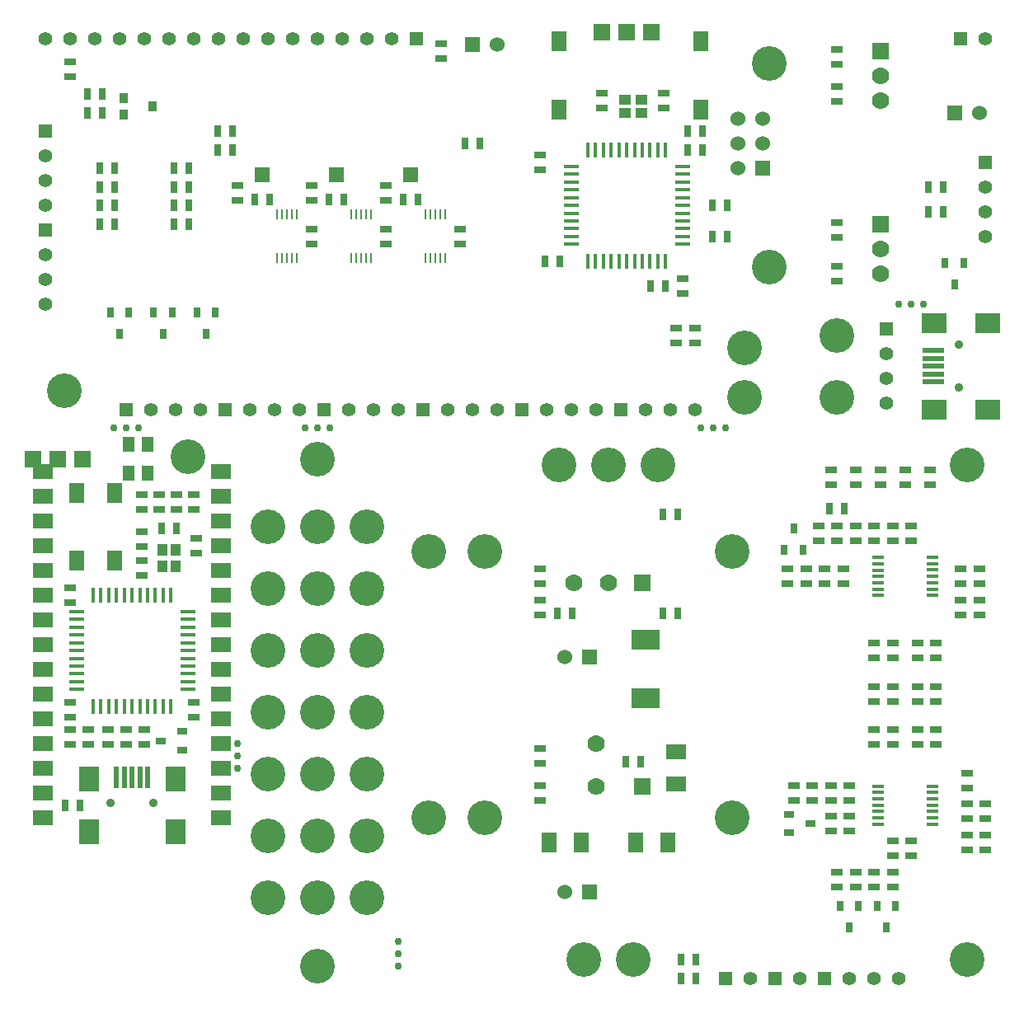
<source format=gts>
G04 (created by PCBNEW (2014-01-10 BZR 4027)-stable) date Thursday, June 18, 2015 'amt' 10:00:05 am*
%MOIN*%
G04 Gerber Fmt 3.4, Leading zero omitted, Abs format*
%FSLAX34Y34*%
G01*
G70*
G90*
G04 APERTURE LIST*
%ADD10C,0.00590551*%
%ADD11R,0.06X0.06*%
%ADD12C,0.06*%
%ADD13C,0.07*%
%ADD14R,0.07X0.07*%
%ADD15R,0.055X0.055*%
%ADD16C,0.055*%
%ADD17R,0.0106X0.0394*%
%ADD18R,0.1181X0.0787*%
%ADD19C,0.14*%
%ADD20R,0.0590551X0.0590551*%
%ADD21R,0.025X0.045*%
%ADD22C,0.03*%
%ADD23R,0.045X0.025*%
%ADD24R,0.0906X0.0197*%
%ADD25R,0.0984X0.0787*%
%ADD26C,0.0354*%
%ADD27R,0.016X0.06*%
%ADD28R,0.06X0.016*%
%ADD29R,0.0590551X0.0787402*%
%ADD30R,0.0354331X0.0393701*%
%ADD31R,0.0315X0.0394*%
%ADD32R,0.0512X0.0118*%
%ADD33R,0.0394X0.0315*%
%ADD34R,0.06X0.08*%
%ADD35R,0.08X0.06*%
%ADD36R,0.0472441X0.0433071*%
%ADD37R,0.0197X0.0906*%
%ADD38R,0.0787X0.0984*%
%ADD39R,0.0472441X0.0590551*%
%ADD40R,0.0433071X0.0472441*%
G04 APERTURE END LIST*
G54D10*
G54D11*
X43500Y-17750D03*
G54D12*
X42500Y-17750D03*
X43500Y-16750D03*
X42500Y-16750D03*
X43500Y-15750D03*
X42500Y-15750D03*
G54D13*
X36750Y-42750D03*
X36750Y-41000D03*
G54D14*
X38627Y-42750D03*
G54D15*
X44000Y-50500D03*
G54D16*
X45000Y-50500D03*
G54D15*
X42000Y-50500D03*
G54D16*
X43000Y-50500D03*
G54D15*
X46000Y-50500D03*
G54D16*
X47000Y-50500D03*
X48000Y-50500D03*
X49000Y-50500D03*
G54D17*
X30650Y-19625D03*
X30450Y-19625D03*
X30250Y-19625D03*
X30050Y-19625D03*
X29850Y-19625D03*
X29850Y-21375D03*
X30050Y-21375D03*
X30250Y-21375D03*
X30450Y-21375D03*
X30650Y-21375D03*
X27650Y-19625D03*
X27450Y-19625D03*
X27250Y-19625D03*
X27050Y-19625D03*
X26850Y-19625D03*
X26850Y-21375D03*
X27050Y-21375D03*
X27250Y-21375D03*
X27450Y-21375D03*
X27650Y-21375D03*
X24650Y-19625D03*
X24450Y-19625D03*
X24250Y-19625D03*
X24050Y-19625D03*
X23850Y-19625D03*
X23850Y-21375D03*
X24050Y-21375D03*
X24250Y-21375D03*
X24450Y-21375D03*
X24650Y-21375D03*
G54D13*
X35872Y-34500D03*
X37250Y-34500D03*
G54D14*
X38627Y-34500D03*
G54D18*
X38750Y-36819D03*
X38750Y-39181D03*
G54D19*
X36250Y-49750D03*
X38250Y-49750D03*
X35250Y-29750D03*
X37250Y-29750D03*
X39250Y-29750D03*
G54D15*
X14500Y-16250D03*
G54D16*
X14500Y-17250D03*
X14500Y-18250D03*
X14500Y-19250D03*
G54D15*
X14500Y-20250D03*
G54D16*
X14500Y-21250D03*
X14500Y-22250D03*
X14500Y-23250D03*
G54D19*
X42750Y-27000D03*
X42750Y-25000D03*
X23500Y-47250D03*
X25500Y-47250D03*
X27500Y-47250D03*
X23500Y-44750D03*
X25500Y-44750D03*
X27500Y-44750D03*
X23500Y-42250D03*
X25500Y-42250D03*
X27500Y-42250D03*
X23500Y-39750D03*
X25500Y-39750D03*
X27500Y-39750D03*
X23500Y-37250D03*
X25500Y-37250D03*
X27500Y-37250D03*
X23500Y-32250D03*
X25500Y-32250D03*
X27500Y-32250D03*
X23500Y-34750D03*
X25500Y-34750D03*
X27500Y-34750D03*
G54D15*
X17750Y-27500D03*
G54D16*
X18750Y-27500D03*
X19750Y-27500D03*
X20750Y-27500D03*
G54D15*
X21750Y-27500D03*
G54D16*
X22750Y-27500D03*
X23750Y-27500D03*
X24750Y-27500D03*
G54D15*
X25750Y-27500D03*
G54D16*
X26750Y-27500D03*
X27750Y-27500D03*
X28750Y-27500D03*
G54D15*
X29750Y-27500D03*
G54D16*
X30750Y-27500D03*
X31750Y-27500D03*
X32750Y-27500D03*
G54D15*
X33750Y-27500D03*
G54D16*
X34750Y-27500D03*
X35750Y-27500D03*
X36750Y-27500D03*
G54D15*
X37750Y-27500D03*
G54D16*
X38750Y-27500D03*
X39750Y-27500D03*
X40750Y-27500D03*
G54D20*
X23250Y-18000D03*
G54D21*
X22950Y-19000D03*
X23550Y-19000D03*
X22050Y-16250D03*
X21450Y-16250D03*
X22050Y-17000D03*
X21450Y-17000D03*
G54D15*
X51500Y-12500D03*
G54D16*
X52500Y-12500D03*
G54D22*
X41000Y-28250D03*
X41500Y-28250D03*
X42000Y-28250D03*
X28750Y-50000D03*
X28750Y-49500D03*
X28750Y-49000D03*
X25000Y-28250D03*
X25500Y-28250D03*
X26000Y-28250D03*
G54D19*
X51750Y-29750D03*
G54D13*
X48250Y-15000D03*
X48250Y-14000D03*
G54D14*
X48250Y-13000D03*
G54D13*
X48250Y-22000D03*
X48250Y-21000D03*
G54D14*
X48250Y-20000D03*
G54D23*
X46500Y-12950D03*
X46500Y-13550D03*
X46500Y-22300D03*
X46500Y-21700D03*
X46500Y-19950D03*
X46500Y-20550D03*
X46500Y-15050D03*
X46500Y-14450D03*
X25250Y-20800D03*
X25250Y-20200D03*
G54D19*
X25500Y-29500D03*
X25500Y-50000D03*
G54D24*
X50392Y-26380D03*
X50392Y-26065D03*
X50392Y-25750D03*
X50392Y-25435D03*
X50392Y-25120D03*
G54D25*
X50431Y-27502D03*
X52596Y-27502D03*
X50431Y-23998D03*
X52596Y-23998D03*
G54D26*
X51415Y-26616D03*
X51415Y-24884D03*
G54D27*
X38000Y-21500D03*
X38315Y-21500D03*
X38630Y-21500D03*
X38945Y-21500D03*
X39260Y-21500D03*
X39575Y-21500D03*
X37685Y-21500D03*
X37370Y-21500D03*
X37055Y-21500D03*
X36740Y-21500D03*
X36425Y-21500D03*
X38000Y-17000D03*
X38315Y-17000D03*
X38630Y-17000D03*
X38945Y-17000D03*
X39260Y-17000D03*
X39575Y-17000D03*
X37685Y-17000D03*
X37370Y-17000D03*
X37055Y-17000D03*
X36740Y-17000D03*
X36425Y-17000D03*
G54D28*
X40250Y-19250D03*
X35750Y-19250D03*
X40250Y-18935D03*
X35750Y-18935D03*
X35750Y-18620D03*
X40250Y-18620D03*
X40250Y-18305D03*
X35750Y-18305D03*
X35750Y-17990D03*
X40250Y-17990D03*
X40250Y-17675D03*
X35750Y-17675D03*
X35750Y-19565D03*
X40250Y-19565D03*
X40250Y-19880D03*
X35750Y-19880D03*
X35750Y-20195D03*
X40250Y-20195D03*
X40250Y-20510D03*
X35750Y-20510D03*
X35750Y-20825D03*
X40250Y-20825D03*
G54D29*
X41000Y-12622D03*
X41000Y-15377D03*
G54D21*
X50800Y-19500D03*
X50200Y-19500D03*
X39550Y-22500D03*
X38950Y-22500D03*
X42050Y-20500D03*
X41450Y-20500D03*
X41050Y-17000D03*
X40450Y-17000D03*
G54D23*
X28250Y-20800D03*
X28250Y-20200D03*
G54D21*
X34700Y-21500D03*
X35300Y-21500D03*
G54D23*
X34500Y-17200D03*
X34500Y-17800D03*
G54D21*
X40450Y-16250D03*
X41050Y-16250D03*
G54D23*
X39500Y-14700D03*
X39500Y-15300D03*
X37000Y-14700D03*
X37000Y-15300D03*
G54D21*
X50800Y-18500D03*
X50200Y-18500D03*
X42050Y-19250D03*
X41450Y-19250D03*
X25950Y-19000D03*
X26550Y-19000D03*
G54D23*
X31250Y-20800D03*
X31250Y-20200D03*
G54D21*
X28950Y-19000D03*
X29550Y-19000D03*
G54D23*
X40250Y-22800D03*
X40250Y-22200D03*
X15500Y-13450D03*
X15500Y-14050D03*
G54D15*
X29500Y-12500D03*
G54D16*
X28500Y-12500D03*
X27500Y-12500D03*
X26500Y-12500D03*
X25500Y-12500D03*
X24500Y-12500D03*
X23500Y-12500D03*
X22500Y-12500D03*
X21500Y-12500D03*
X20500Y-12500D03*
X19500Y-12500D03*
X18500Y-12500D03*
X17500Y-12500D03*
X16500Y-12500D03*
X15500Y-12500D03*
X14500Y-12500D03*
G54D20*
X26250Y-18000D03*
X29250Y-18000D03*
G54D19*
X43750Y-21750D03*
G54D30*
X17679Y-15584D03*
X17679Y-14915D03*
X18820Y-15250D03*
G54D19*
X15250Y-26750D03*
X43750Y-13500D03*
G54D29*
X35250Y-15377D03*
X35250Y-12622D03*
G54D21*
X32050Y-16750D03*
X31450Y-16750D03*
G54D31*
X17500Y-24433D03*
X17125Y-23567D03*
X17875Y-23567D03*
X19250Y-24433D03*
X18875Y-23567D03*
X19625Y-23567D03*
X21000Y-24433D03*
X20625Y-23567D03*
X21375Y-23567D03*
G54D21*
X16700Y-17750D03*
X17300Y-17750D03*
X16700Y-18500D03*
X17300Y-18500D03*
X16700Y-19250D03*
X17300Y-19250D03*
X16700Y-20000D03*
X17300Y-20000D03*
G54D15*
X52500Y-17500D03*
G54D16*
X52500Y-18500D03*
X52500Y-19500D03*
X52500Y-20500D03*
G54D15*
X48500Y-24250D03*
G54D16*
X48500Y-25250D03*
X48500Y-26250D03*
X48500Y-27250D03*
G54D19*
X46500Y-24500D03*
X46500Y-27000D03*
G54D22*
X49000Y-23250D03*
X49500Y-23250D03*
X50000Y-23250D03*
G54D31*
X51250Y-22433D03*
X50875Y-21567D03*
X51625Y-21567D03*
G54D23*
X22250Y-18450D03*
X22250Y-19050D03*
X25250Y-18450D03*
X25250Y-19050D03*
X28250Y-18450D03*
X28250Y-19050D03*
X30500Y-12700D03*
X30500Y-13300D03*
G54D21*
X19700Y-18500D03*
X20300Y-18500D03*
X19700Y-17750D03*
X20300Y-17750D03*
X19700Y-20000D03*
X20300Y-20000D03*
X19700Y-19250D03*
X20300Y-19250D03*
G54D31*
X47000Y-48433D03*
X46625Y-47567D03*
X47375Y-47567D03*
X48500Y-48433D03*
X48125Y-47567D03*
X48875Y-47567D03*
G54D23*
X46250Y-43300D03*
X46250Y-42700D03*
X47000Y-42700D03*
X47000Y-43300D03*
X48000Y-39300D03*
X48000Y-38700D03*
X48750Y-38700D03*
X48750Y-39300D03*
X47000Y-43950D03*
X47000Y-44550D03*
X51750Y-44050D03*
X51750Y-43450D03*
G54D21*
X38550Y-41750D03*
X37950Y-41750D03*
G54D23*
X46250Y-44550D03*
X46250Y-43950D03*
X49750Y-39300D03*
X49750Y-38700D03*
X50500Y-38700D03*
X50500Y-39300D03*
X51750Y-42800D03*
X51750Y-42200D03*
X48000Y-41050D03*
X48000Y-40450D03*
X47250Y-46800D03*
X47250Y-46200D03*
X52500Y-45300D03*
X52500Y-44700D03*
X48750Y-40450D03*
X48750Y-41050D03*
X44750Y-42700D03*
X44750Y-43300D03*
X49500Y-32200D03*
X49500Y-32800D03*
X49250Y-29950D03*
X49250Y-30550D03*
X47250Y-29950D03*
X47250Y-30550D03*
X48250Y-29950D03*
X48250Y-30550D03*
X46250Y-29950D03*
X46250Y-30550D03*
X52250Y-33950D03*
X52250Y-34550D03*
X45500Y-42700D03*
X45500Y-43300D03*
X48750Y-32200D03*
X48750Y-32800D03*
G54D19*
X51750Y-49750D03*
G54D32*
X48150Y-33490D03*
X48150Y-33740D03*
X48150Y-34000D03*
X48150Y-34250D03*
X48150Y-34510D03*
X48150Y-34765D03*
X48150Y-35020D03*
X50350Y-35020D03*
X50350Y-34765D03*
X50350Y-34510D03*
X50350Y-34250D03*
X50350Y-33995D03*
X50350Y-33740D03*
X50350Y-33485D03*
G54D23*
X49500Y-45550D03*
X49500Y-44950D03*
X48750Y-45550D03*
X48750Y-44950D03*
X50500Y-41050D03*
X50500Y-40450D03*
X34500Y-33950D03*
X34500Y-34550D03*
G54D19*
X32250Y-44000D03*
X42250Y-44000D03*
X32250Y-33250D03*
X42250Y-33250D03*
X30000Y-33250D03*
X30000Y-44000D03*
G54D21*
X39450Y-31750D03*
X40050Y-31750D03*
G54D23*
X34500Y-41200D03*
X34500Y-41800D03*
G54D21*
X40050Y-35750D03*
X39450Y-35750D03*
G54D32*
X48150Y-42740D03*
X48150Y-42990D03*
X48150Y-43250D03*
X48150Y-43500D03*
X48150Y-43760D03*
X48150Y-44015D03*
X48150Y-44270D03*
X50350Y-44270D03*
X50350Y-44015D03*
X50350Y-43760D03*
X50350Y-43500D03*
X50350Y-43245D03*
X50350Y-42990D03*
X50350Y-42735D03*
G54D23*
X51500Y-34550D03*
X51500Y-33950D03*
X52500Y-43450D03*
X52500Y-44050D03*
X34500Y-42700D03*
X34500Y-43300D03*
X48000Y-46800D03*
X48000Y-46200D03*
G54D33*
X45433Y-44250D03*
X44567Y-44625D03*
X44567Y-43875D03*
G54D23*
X49750Y-41050D03*
X49750Y-40450D03*
X51750Y-45300D03*
X51750Y-44700D03*
G54D11*
X31750Y-12750D03*
G54D12*
X32750Y-12750D03*
G54D11*
X51250Y-15500D03*
G54D12*
X52250Y-15500D03*
G54D11*
X36500Y-37500D03*
G54D12*
X35500Y-37500D03*
G54D23*
X46750Y-34550D03*
X46750Y-33950D03*
X46000Y-34550D03*
X46000Y-33950D03*
X34500Y-35200D03*
X34500Y-35800D03*
G54D14*
X39000Y-12250D03*
X38000Y-12250D03*
X37000Y-12250D03*
G54D21*
X40200Y-49750D03*
X40800Y-49750D03*
G54D23*
X50500Y-36950D03*
X50500Y-37550D03*
X49750Y-36950D03*
X49750Y-37550D03*
X48000Y-37550D03*
X48000Y-36950D03*
X48750Y-37550D03*
X48750Y-36950D03*
X40000Y-24200D03*
X40000Y-24800D03*
X40750Y-24200D03*
X40750Y-24800D03*
G54D21*
X16200Y-14750D03*
X16800Y-14750D03*
X16800Y-15500D03*
X16200Y-15500D03*
X40800Y-50500D03*
X40200Y-50500D03*
G54D23*
X46500Y-46800D03*
X46500Y-46200D03*
G54D11*
X36500Y-47000D03*
G54D12*
X35500Y-47000D03*
G54D23*
X52250Y-35800D03*
X52250Y-35200D03*
X51500Y-35800D03*
X51500Y-35200D03*
X48750Y-46200D03*
X48750Y-46800D03*
G54D31*
X44750Y-32317D03*
X45125Y-33183D03*
X44375Y-33183D03*
G54D21*
X35200Y-35750D03*
X35800Y-35750D03*
G54D23*
X48000Y-32800D03*
X48000Y-32200D03*
X47250Y-32200D03*
X47250Y-32800D03*
X46500Y-32200D03*
X46500Y-32800D03*
X45750Y-32200D03*
X45750Y-32800D03*
G54D34*
X34850Y-45000D03*
X36150Y-45000D03*
X38350Y-45000D03*
X39650Y-45000D03*
G54D35*
X40000Y-41350D03*
X40000Y-42650D03*
G54D36*
X37915Y-14974D03*
X38584Y-14974D03*
X38584Y-15525D03*
X37915Y-15525D03*
G54D23*
X45250Y-33950D03*
X45250Y-34550D03*
X44500Y-34550D03*
X44500Y-33950D03*
X50250Y-29950D03*
X50250Y-30550D03*
G54D21*
X46800Y-31500D03*
X46200Y-31500D03*
G54D14*
X16000Y-29500D03*
X15000Y-29500D03*
X14000Y-29500D03*
G54D35*
X21600Y-40000D03*
X21600Y-41000D03*
X21600Y-42000D03*
X21600Y-43000D03*
X21600Y-44000D03*
X21600Y-35000D03*
X21600Y-36000D03*
X21600Y-37000D03*
X21600Y-38000D03*
X21600Y-39000D03*
X21600Y-30000D03*
X21600Y-31000D03*
X21600Y-32000D03*
X21600Y-33000D03*
X21600Y-34000D03*
X14400Y-34000D03*
X14400Y-33000D03*
X14400Y-32000D03*
X14400Y-31000D03*
X14400Y-30000D03*
X14400Y-39000D03*
X14400Y-38000D03*
X14400Y-37000D03*
X14400Y-36000D03*
X14400Y-35000D03*
X14400Y-44000D03*
X14400Y-43000D03*
X14400Y-42000D03*
X14400Y-41000D03*
X14400Y-40000D03*
G54D37*
X17370Y-42392D03*
X17685Y-42392D03*
X18000Y-42392D03*
X18315Y-42392D03*
X18630Y-42392D03*
G54D38*
X16248Y-42431D03*
X16248Y-44596D03*
X19752Y-42431D03*
X19752Y-44596D03*
G54D26*
X17134Y-43415D03*
X18866Y-43415D03*
G54D28*
X15750Y-37250D03*
X15750Y-37565D03*
X15750Y-37880D03*
X15750Y-38195D03*
X15750Y-38510D03*
X15750Y-38825D03*
X15750Y-36935D03*
X15750Y-36620D03*
X15750Y-36305D03*
X15750Y-35990D03*
X15750Y-35675D03*
X20250Y-37250D03*
X20250Y-37565D03*
X20250Y-37880D03*
X20250Y-38195D03*
X20250Y-38510D03*
X20250Y-38825D03*
X20250Y-36935D03*
X20250Y-36620D03*
X20250Y-36305D03*
X20250Y-35990D03*
X20250Y-35675D03*
G54D27*
X18000Y-39500D03*
X18000Y-35000D03*
X18315Y-39500D03*
X18315Y-35000D03*
X18630Y-35000D03*
X18630Y-39500D03*
X18945Y-39500D03*
X18945Y-35000D03*
X19260Y-35000D03*
X19260Y-39500D03*
X19575Y-39500D03*
X19575Y-35000D03*
X17685Y-35000D03*
X17685Y-39500D03*
X17370Y-39500D03*
X17370Y-35000D03*
X17055Y-35000D03*
X17055Y-39500D03*
X16740Y-39500D03*
X16740Y-35000D03*
X16425Y-35000D03*
X16425Y-39500D03*
G54D23*
X18400Y-30950D03*
X18400Y-31550D03*
X20500Y-30950D03*
X20500Y-31550D03*
X18400Y-32450D03*
X18400Y-33050D03*
X17750Y-41050D03*
X17750Y-40450D03*
X17025Y-41050D03*
X17025Y-40450D03*
X18500Y-40450D03*
X18500Y-41050D03*
X15500Y-41050D03*
X15500Y-40450D03*
X16225Y-41050D03*
X16225Y-40450D03*
X19800Y-30950D03*
X19800Y-31550D03*
X19100Y-30950D03*
X19100Y-31550D03*
G54D21*
X19800Y-32300D03*
X19200Y-32300D03*
G54D23*
X20600Y-32700D03*
X20600Y-33300D03*
X20500Y-39950D03*
X20500Y-39350D03*
X15500Y-34700D03*
X15500Y-35300D03*
X18400Y-33600D03*
X18400Y-34200D03*
X15500Y-39950D03*
X15500Y-39350D03*
G54D39*
X17856Y-30090D03*
X18643Y-30090D03*
X18643Y-28909D03*
X17856Y-28909D03*
G54D33*
X19167Y-40900D03*
X20033Y-40525D03*
X20033Y-41275D03*
G54D29*
X15750Y-33627D03*
X15750Y-30872D03*
X17300Y-30872D03*
X17300Y-33627D03*
G54D21*
X15900Y-43500D03*
X15300Y-43500D03*
G54D19*
X20250Y-29400D03*
G54D40*
X19775Y-33165D03*
X19775Y-33834D03*
X19224Y-33834D03*
X19224Y-33165D03*
G54D22*
X17250Y-28250D03*
X17750Y-28250D03*
X18250Y-28250D03*
X22250Y-42000D03*
X22250Y-41500D03*
X22250Y-41000D03*
M02*

</source>
